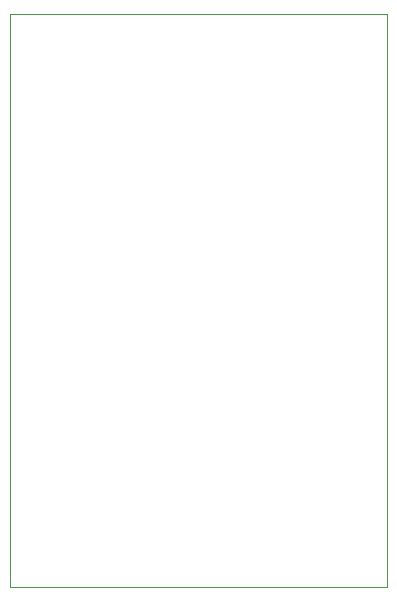
<source format=gm1>
G04*
G04 #@! TF.GenerationSoftware,Altium Limited,Altium Designer,20.0.11 (256)*
G04*
G04 Layer_Color=16711935*
%FSLAX25Y25*%
%MOIN*%
G70*
G01*
G75*
%ADD28C,0.00050*%
D28*
X0Y0D02*
Y190945D01*
X125984Y0D02*
Y190945D01*
X0D02*
X125984D01*
X0Y0D02*
X125984D01*
M02*

</source>
